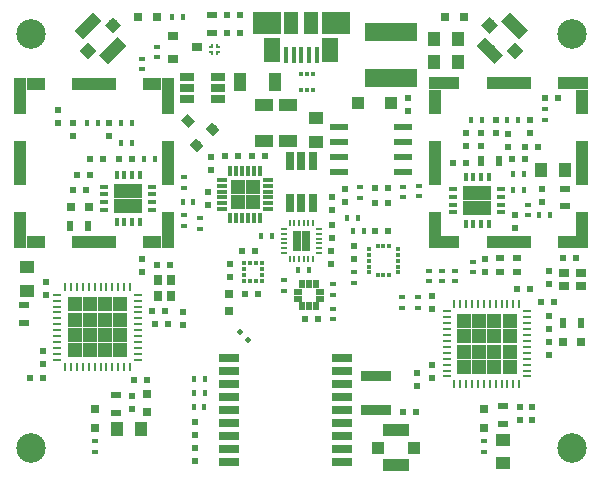
<source format=gts>
G04 #@! TF.GenerationSoftware,KiCad,Pcbnew,(2017-02-19 revision a416f3a4e)-master*
G04 #@! TF.CreationDate,2017-04-25T22:04:13-07:00*
G04 #@! TF.ProjectId,Navi,4E6176692E6B696361645F7063620000,rev?*
G04 #@! TF.FileFunction,Soldermask,Top*
G04 #@! TF.FilePolarity,Negative*
%FSLAX46Y46*%
G04 Gerber Fmt 4.6, Leading zero omitted, Abs format (unit mm)*
G04 Created by KiCad (PCBNEW (2017-02-19 revision a416f3a4e)-master) date 04/25/17 22:04:13*
%MOMM*%
%LPD*%
G01*
G04 APERTURE LIST*
%ADD10C,0.150000*%
%ADD11R,0.300000X0.325000*%
%ADD12R,0.325000X0.300000*%
%ADD13R,0.600000X0.500000*%
%ADD14R,0.500000X0.600000*%
%ADD15R,0.750000X0.800000*%
%ADD16R,0.400000X0.300000*%
%ADD17R,0.300000X0.400000*%
%ADD18R,0.400000X0.600000*%
%ADD19R,0.600000X0.400000*%
%ADD20R,1.000000X1.600000*%
%ADD21R,0.850000X0.300000*%
%ADD22R,0.300000X0.850000*%
%ADD23R,1.300000X1.300000*%
%ADD24R,0.900000X0.500000*%
%ADD25R,0.230000X0.440000*%
%ADD26R,0.210000X0.230000*%
%ADD27C,0.800000*%
%ADD28R,0.900000X0.800000*%
%ADD29R,1.220000X0.650000*%
%ADD30R,1.000000X2.130000*%
%ADD31R,1.000000X3.800000*%
%ADD32R,1.650000X1.000000*%
%ADD33R,3.800000X1.000000*%
%ADD34R,1.000000X1.000000*%
%ADD35R,1.600000X1.000000*%
%ADD36R,4.500000X1.600000*%
%ADD37R,0.300000X0.450000*%
%ADD38R,1.100000X1.100000*%
%ADD39R,1.550000X0.600000*%
%ADD40C,2.500000*%
%ADD41R,1.800000X0.800000*%
%ADD42R,1.800000X0.700000*%
%ADD43R,0.700000X1.500000*%
%ADD44R,0.800000X0.800000*%
%ADD45R,0.800000X0.900000*%
%ADD46C,0.500000*%
%ADD47R,1.000000X1.250000*%
%ADD48R,0.800000X0.750000*%
%ADD49R,1.250000X1.000000*%
%ADD50R,1.475000X2.100000*%
%ADD51R,0.450000X1.380000*%
%ADD52R,1.175000X1.900000*%
%ADD53R,2.375000X1.900000*%
%ADD54R,0.600000X0.700000*%
%ADD55R,0.600000X0.750000*%
%ADD56R,0.750000X0.600000*%
%ADD57R,2.500000X0.900000*%
%ADD58R,0.800000X0.600000*%
%ADD59R,2.200000X1.050000*%
%ADD60R,0.200000X0.550000*%
%ADD61R,0.550000X0.200000*%
%ADD62R,0.800000X0.875000*%
%ADD63C,1.000000*%
%ADD64C,1.050000*%
%ADD65R,1.287500X1.287500*%
%ADD66R,0.700000X0.250000*%
%ADD67R,0.250000X0.700000*%
%ADD68R,1.250000X1.250000*%
%ADD69R,0.800000X0.350000*%
%ADD70R,0.350000X0.800000*%
%ADD71R,0.500000X0.900000*%
G04 APERTURE END LIST*
D10*
D11*
X71127542Y-108387028D03*
X70627542Y-108387028D03*
X70627542Y-106862028D03*
X71127542Y-106862028D03*
D12*
X70115042Y-108374528D03*
X71640042Y-108374528D03*
X70115042Y-106874528D03*
X71640042Y-106874528D03*
X70115042Y-107374528D03*
X70115042Y-107874528D03*
X71640042Y-107374528D03*
X71640042Y-107874528D03*
D13*
X71105083Y-105799055D03*
X70005083Y-105799055D03*
D14*
X69000000Y-106950000D03*
X69000000Y-108050000D03*
D13*
X70205082Y-109449055D03*
X71305082Y-109449055D03*
X82350000Y-104149999D03*
X81250000Y-104149999D03*
D14*
X79499999Y-105399999D03*
X79499999Y-106499999D03*
D15*
X68850000Y-109450000D03*
X68850000Y-110950000D03*
D16*
X80725000Y-105649999D03*
X80725000Y-106149999D03*
X80725000Y-106649999D03*
X80725000Y-107149999D03*
X80725000Y-107649999D03*
D17*
X81450000Y-107874999D03*
X81950000Y-107874999D03*
X82450000Y-107874999D03*
D16*
X83175000Y-107649999D03*
X83175000Y-107149999D03*
X83175000Y-106649999D03*
X83175000Y-106149999D03*
X83175000Y-105649999D03*
D17*
X82450000Y-105424999D03*
X81950000Y-105424999D03*
X81450000Y-105424999D03*
D18*
X80299999Y-104149999D03*
X79399999Y-104149999D03*
D19*
X79500000Y-108550000D03*
X79500000Y-107650000D03*
D20*
X69800000Y-91550000D03*
X72800000Y-91550000D03*
D21*
X68300000Y-99800000D03*
X68300000Y-100300000D03*
X68300000Y-100800000D03*
X68300000Y-101300000D03*
X68300000Y-101800000D03*
X68300000Y-102300000D03*
D22*
X69000000Y-103000000D03*
X69500000Y-103000000D03*
X70000000Y-103000000D03*
X70500000Y-103000000D03*
X71000000Y-103000000D03*
X71500000Y-103000000D03*
D21*
X72200000Y-102300000D03*
X72200000Y-101800000D03*
X72200000Y-101300000D03*
X72200000Y-100800000D03*
X72200000Y-100300000D03*
X72200000Y-99800000D03*
D22*
X71500000Y-99100000D03*
X71000000Y-99100000D03*
X70500000Y-99100000D03*
X70000000Y-99100000D03*
X69500000Y-99100000D03*
X69000000Y-99100000D03*
D23*
X70900000Y-101700000D03*
X70900000Y-100400000D03*
X69600000Y-101700000D03*
X69600000Y-100400000D03*
D13*
X68700000Y-85850000D03*
X69800000Y-85850000D03*
X69800000Y-87350000D03*
X68700000Y-87350000D03*
D24*
X67450000Y-85840561D03*
X67450000Y-87340561D03*
D19*
X62800000Y-89440001D03*
X62800000Y-88540001D03*
D25*
X67450000Y-89055000D03*
X67850000Y-89055000D03*
X67450000Y-88445000D03*
X67850000Y-88445000D03*
D26*
X67230000Y-88950000D03*
X68070000Y-88950000D03*
X68070000Y-88550000D03*
X67230000Y-88550000D03*
D27*
X65392893Y-94792893D03*
D10*
G36*
X65993934Y-94828248D02*
X65428248Y-95393934D01*
X64791852Y-94757538D01*
X65357538Y-94191852D01*
X65993934Y-94828248D01*
X65993934Y-94828248D01*
G37*
D27*
X67478858Y-95535355D03*
D10*
G36*
X68079899Y-95570710D02*
X67514213Y-96136396D01*
X66877817Y-95500000D01*
X67443503Y-94934314D01*
X68079899Y-95570710D01*
X68079899Y-95570710D01*
G37*
D27*
X66135355Y-96878858D03*
D10*
G36*
X66736396Y-96914213D02*
X66170710Y-97479899D01*
X65534314Y-96843503D01*
X66100000Y-96277817D01*
X66736396Y-96914213D01*
X66736396Y-96914213D01*
G37*
D28*
X64150000Y-87650000D03*
X64150000Y-89550000D03*
X66150000Y-88600000D03*
D29*
X65340000Y-91100000D03*
X65340000Y-92050000D03*
X65340000Y-93000000D03*
X67960000Y-93000000D03*
X67960000Y-92050000D03*
X67960000Y-91100000D03*
D30*
X86300435Y-93205076D03*
X98800435Y-93205076D03*
D31*
X86300435Y-98370076D03*
X98800435Y-98370076D03*
D30*
X86300435Y-103535076D03*
X98800435Y-103535076D03*
D32*
X87625435Y-91640076D03*
X87625435Y-105100076D03*
D33*
X92550435Y-91640076D03*
X92550435Y-105100076D03*
D32*
X97475435Y-91640076D03*
X97475435Y-105100076D03*
D34*
X98800435Y-91640076D03*
X86300435Y-91640076D03*
X86300435Y-105100076D03*
X98800435Y-105100076D03*
D30*
X51201310Y-93215658D03*
X63701310Y-93215658D03*
D31*
X51201310Y-98380658D03*
X63701310Y-98380658D03*
D30*
X51201310Y-103545658D03*
X63701310Y-103545658D03*
D32*
X52526310Y-91650658D03*
X52526310Y-105110658D03*
D33*
X57451310Y-91650658D03*
X57451310Y-105110658D03*
D32*
X62376310Y-91650658D03*
X62376310Y-105110658D03*
D34*
X63701310Y-91650658D03*
X51201310Y-91650658D03*
X51201310Y-105110658D03*
X63701310Y-105110658D03*
D35*
X73900000Y-96500000D03*
X73900000Y-93500000D03*
D36*
X82600000Y-87250000D03*
X82600000Y-91150000D03*
D37*
X75500000Y-92175000D03*
X75000000Y-92175000D03*
X75500000Y-90825000D03*
X76000000Y-92175000D03*
X75000000Y-90825000D03*
X76000000Y-90825000D03*
D13*
X81237868Y-100539340D03*
X82337868Y-100539340D03*
D14*
X78700000Y-101650000D03*
X78700000Y-100550000D03*
D38*
X82600000Y-93300000D03*
X79800000Y-93300000D03*
D39*
X83600000Y-95295000D03*
X83600000Y-96565000D03*
X83600000Y-97835000D03*
X83600000Y-99105000D03*
X78200000Y-99105000D03*
X78200000Y-97835000D03*
X78200000Y-96565000D03*
X78200000Y-95295000D03*
D40*
X52100000Y-122500000D03*
X97900000Y-122500000D03*
D41*
X68900435Y-116000076D03*
X78400435Y-116000076D03*
X68900435Y-117100076D03*
X78400435Y-117100076D03*
X68900435Y-118200076D03*
X78400435Y-118200076D03*
X68900435Y-119300076D03*
X78400435Y-119300076D03*
X68900435Y-120400076D03*
X78400435Y-120400076D03*
X68900435Y-121500076D03*
X78400435Y-121500076D03*
X68900435Y-122600076D03*
X78400435Y-122600076D03*
D42*
X68900435Y-114900076D03*
X78400435Y-114900076D03*
X68900435Y-123700076D03*
X78400435Y-123700076D03*
D24*
X92050000Y-118950000D03*
X92050000Y-120450000D03*
D18*
X71600000Y-104600000D03*
X72500000Y-104600000D03*
D43*
X76000000Y-101750000D03*
X75000000Y-101750000D03*
X74000000Y-101750000D03*
X74000000Y-98250000D03*
X75000000Y-98250000D03*
X76000000Y-98250000D03*
D13*
X70850000Y-97800000D03*
X71950000Y-97800000D03*
D14*
X67350000Y-97900000D03*
X67350000Y-99000000D03*
X67100000Y-100850000D03*
X67100000Y-101950000D03*
D13*
X93900435Y-97000076D03*
X95000435Y-97000076D03*
D14*
X84800000Y-117250000D03*
X84800000Y-116150000D03*
D13*
X69650000Y-97800000D03*
X68550000Y-97800000D03*
X55701219Y-100681010D03*
X56801219Y-100681010D03*
X52050000Y-116600000D03*
X53150000Y-116600000D03*
D44*
X62800000Y-86000000D03*
X61200000Y-86000000D03*
D18*
X64950000Y-86000000D03*
X64050000Y-86000000D03*
D44*
X57500000Y-120800000D03*
X57500000Y-119200000D03*
X87200000Y-86000000D03*
X88800000Y-86000000D03*
X90450000Y-120800000D03*
X90450000Y-119200000D03*
D19*
X66450000Y-103950000D03*
X66450000Y-103050000D03*
X90450000Y-122850000D03*
X90450000Y-121950000D03*
X57500000Y-121950000D03*
X57500000Y-122850000D03*
D18*
X65903554Y-117843754D03*
X66803554Y-117843754D03*
D45*
X64000783Y-108280936D03*
X64000783Y-109680936D03*
X62900783Y-109680936D03*
X62900783Y-108280936D03*
D28*
X97250000Y-107700000D03*
X98650000Y-107700000D03*
X98650000Y-108800000D03*
X97250000Y-108800000D03*
D46*
X69800000Y-112700000D03*
X70500000Y-113400000D03*
D19*
X61500000Y-89550000D03*
X61500000Y-90450000D03*
D13*
X61900000Y-116750000D03*
X60800000Y-116750000D03*
D14*
X94550000Y-120100000D03*
X94550000Y-119000000D03*
D40*
X97900000Y-87500000D03*
D18*
X66800000Y-119000000D03*
X65900000Y-119000000D03*
D19*
X84850000Y-110649723D03*
X84850000Y-109749723D03*
X83550000Y-110649723D03*
X83550000Y-109749723D03*
D18*
X66803832Y-116694279D03*
X65903832Y-116694279D03*
D40*
X52100000Y-87500000D03*
D47*
X88250000Y-89849999D03*
X86250000Y-89849999D03*
D13*
X62800784Y-106980934D03*
X63900784Y-106980934D03*
X98250000Y-106400000D03*
X97150000Y-106400000D03*
D14*
X95950000Y-108650000D03*
X95950000Y-107550000D03*
X64950000Y-111000000D03*
X64950000Y-112100000D03*
X86100000Y-109650000D03*
X86100000Y-110750000D03*
X88900000Y-95850076D03*
X88900000Y-96950076D03*
X96000000Y-114650000D03*
X96000000Y-113550000D03*
D13*
X63450000Y-110950000D03*
X62350000Y-110950000D03*
D14*
X53150784Y-115430934D03*
X53150784Y-114330934D03*
X96000000Y-111350000D03*
X96000000Y-112450000D03*
D48*
X98650000Y-113500000D03*
X97150000Y-113500000D03*
D15*
X61900000Y-119450000D03*
X61900000Y-117950000D03*
D48*
X55501219Y-102131010D03*
X57001219Y-102131010D03*
D49*
X51750000Y-107200000D03*
X51750000Y-109200000D03*
D47*
X61400435Y-120900076D03*
X59400435Y-120900076D03*
D49*
X92050000Y-123800000D03*
X92050000Y-121800000D03*
D47*
X88250000Y-87900000D03*
X86250000Y-87900000D03*
X97300435Y-99000076D03*
X95300435Y-99000076D03*
D18*
X93850435Y-99350076D03*
X92950435Y-99350076D03*
D50*
X72537500Y-88840000D03*
D51*
X73700000Y-89200000D03*
X74350000Y-89200000D03*
X75000000Y-89200000D03*
X75650000Y-89200000D03*
D52*
X74162500Y-86540000D03*
X75837500Y-86540000D03*
D53*
X72087500Y-86540000D03*
X77912500Y-86540000D03*
D50*
X77462500Y-88840000D03*
D51*
X76300000Y-89200000D03*
D14*
X66000870Y-120300152D03*
X66000870Y-121400152D03*
X66000870Y-123650152D03*
X66000870Y-122550152D03*
D13*
X75320120Y-111569520D03*
X76420120Y-111569520D03*
D14*
X77570120Y-103619520D03*
X77570120Y-104719520D03*
D13*
X84675000Y-119450000D03*
X83575000Y-119450000D03*
D14*
X77550526Y-106899723D03*
X77550526Y-105799723D03*
X77600000Y-101300000D03*
X77600000Y-102400000D03*
D54*
X75020120Y-110489520D03*
D55*
X75620120Y-110489520D03*
X75020120Y-108649520D03*
X75620120Y-108649520D03*
D56*
X76540120Y-109269520D03*
X76540120Y-109869520D03*
D54*
X76220120Y-108649520D03*
D56*
X74700120Y-109269520D03*
X74700120Y-109869520D03*
D55*
X76220120Y-110489520D03*
D18*
X75620120Y-107469520D03*
X74720120Y-107469520D03*
D19*
X77670120Y-108619520D03*
X77670120Y-109519520D03*
X77670120Y-111619520D03*
X77670120Y-110719520D03*
D18*
X78900000Y-103050000D03*
X79800000Y-103050000D03*
D19*
X73570120Y-109219520D03*
X73570120Y-108319520D03*
D57*
X81350000Y-116400000D03*
X81350000Y-119300000D03*
D58*
X91850000Y-106450000D03*
X91850000Y-107650000D03*
X93250000Y-107650000D03*
X93250000Y-106450000D03*
D34*
X81500526Y-122499723D03*
X84500526Y-122499723D03*
D59*
X83000526Y-123974723D03*
X83000526Y-121024723D03*
D60*
X74000120Y-106474520D03*
X74400120Y-106474520D03*
X74800120Y-106474520D03*
X75200120Y-106474520D03*
X75600120Y-106474520D03*
X76000120Y-106474520D03*
D61*
X76500120Y-105974520D03*
X76500120Y-105574520D03*
X76500120Y-105174520D03*
X76500120Y-104774520D03*
X76500120Y-104374520D03*
X76500120Y-103974520D03*
D60*
X76000120Y-103474520D03*
X75600120Y-103474520D03*
X75200120Y-103474520D03*
X74800120Y-103474520D03*
X74400120Y-103474520D03*
X74000120Y-103474520D03*
D61*
X73500120Y-103974520D03*
X73500120Y-104374520D03*
X73500120Y-104774520D03*
X73500120Y-105174520D03*
X73500120Y-105574520D03*
X73500120Y-105974520D03*
D62*
X75400120Y-104539520D03*
X74600120Y-104539520D03*
X75400120Y-105409520D03*
X74600120Y-105409520D03*
D63*
X93060660Y-88860660D03*
D10*
G36*
X93060660Y-89567767D02*
X92353553Y-88860660D01*
X93060660Y-88153553D01*
X93767767Y-88860660D01*
X93060660Y-89567767D01*
X93060660Y-89567767D01*
G37*
D63*
X90939340Y-86739340D03*
D10*
G36*
X90939340Y-87446447D02*
X90232233Y-86739340D01*
X90939340Y-86032233D01*
X91646447Y-86739340D01*
X90939340Y-87446447D01*
X90939340Y-87446447D01*
G37*
D64*
X93042983Y-86757017D03*
D10*
G36*
X93449569Y-87906066D02*
X91893934Y-86350431D01*
X92636397Y-85607968D01*
X94192032Y-87163603D01*
X93449569Y-87906066D01*
X93449569Y-87906066D01*
G37*
D64*
X90957017Y-88842983D03*
D10*
G36*
X91363603Y-89992032D02*
X89807968Y-88436397D01*
X90550431Y-87693934D01*
X92106066Y-89249569D01*
X91363603Y-89992032D01*
X91363603Y-89992032D01*
G37*
D63*
X56939340Y-88860660D03*
D10*
G36*
X56232233Y-88860660D02*
X56939340Y-88153553D01*
X57646447Y-88860660D01*
X56939340Y-89567767D01*
X56232233Y-88860660D01*
X56232233Y-88860660D01*
G37*
D63*
X59060660Y-86739340D03*
D10*
G36*
X58353553Y-86739340D02*
X59060660Y-86032233D01*
X59767767Y-86739340D01*
X59060660Y-87446447D01*
X58353553Y-86739340D01*
X58353553Y-86739340D01*
G37*
D64*
X59042983Y-88842983D03*
D10*
G36*
X57893934Y-89249569D02*
X59449569Y-87693934D01*
X60192032Y-88436397D01*
X58636397Y-89992032D01*
X57893934Y-89249569D01*
X57893934Y-89249569D01*
G37*
D64*
X56957017Y-86757017D03*
D10*
G36*
X55807968Y-87163603D02*
X57363603Y-85607968D01*
X58106066Y-86350431D01*
X56550431Y-87906066D01*
X55807968Y-87163603D01*
X55807968Y-87163603D01*
G37*
D13*
X82337868Y-101739340D03*
X81237868Y-101739340D03*
D14*
X84000000Y-93950000D03*
X84000000Y-92850000D03*
D49*
X76200000Y-94600000D03*
X76200000Y-96600000D03*
D35*
X71800000Y-93500000D03*
X71800000Y-96500000D03*
D19*
X85000000Y-101200000D03*
X85000000Y-100300000D03*
X83600000Y-100400000D03*
X83600000Y-101300000D03*
X79987868Y-101350000D03*
X79987868Y-100450000D03*
D13*
X96400000Y-110150000D03*
X95300000Y-110150000D03*
D14*
X91450435Y-95850076D03*
X91450435Y-94750076D03*
X94350435Y-95850076D03*
X94350435Y-94750076D03*
D13*
X96700000Y-92850000D03*
X95600000Y-92850000D03*
X59551218Y-98081011D03*
X60651218Y-98081011D03*
X94400000Y-109050000D03*
X93300000Y-109050000D03*
D14*
X58751219Y-96131011D03*
X58751219Y-95031011D03*
X55700000Y-96130657D03*
X55700000Y-95030657D03*
X54400000Y-95030659D03*
X54400000Y-93930659D03*
D18*
X90300435Y-94750076D03*
X89400435Y-94750076D03*
X93350435Y-94750076D03*
X92450435Y-94750076D03*
D19*
X95600000Y-93850076D03*
X95600000Y-94750076D03*
D18*
X60651220Y-96681010D03*
X59751220Y-96681010D03*
X59751220Y-95031011D03*
X60651220Y-95031011D03*
X56850000Y-95031011D03*
X57750000Y-95031011D03*
D65*
X92631326Y-111768315D03*
X91343826Y-111768315D03*
X90056326Y-111768315D03*
X88768826Y-111768315D03*
X92631326Y-113055815D03*
X91343826Y-113055815D03*
X90056326Y-113055815D03*
X88768826Y-113055815D03*
X92631326Y-114343315D03*
X91343826Y-114343315D03*
X90056326Y-114343315D03*
X88768826Y-114343315D03*
X92631326Y-115630815D03*
X91343826Y-115630815D03*
X90056326Y-115630815D03*
X88768826Y-115630815D03*
D66*
X94100076Y-110949565D03*
X94100076Y-111449565D03*
X94100076Y-111949565D03*
X94100076Y-112449565D03*
X94100076Y-112949565D03*
X94100076Y-113449565D03*
X94100076Y-113949565D03*
X94100076Y-114449565D03*
X94100076Y-114949565D03*
X94100076Y-115449565D03*
X94100076Y-115949565D03*
X94100076Y-116449565D03*
D67*
X93450076Y-117099565D03*
X92950076Y-117099565D03*
X92450076Y-117099565D03*
X91950076Y-117099565D03*
X91450076Y-117099565D03*
X90950076Y-117099565D03*
X90450076Y-117099565D03*
X89950076Y-117099565D03*
X89450076Y-117099565D03*
X88950076Y-117099565D03*
X88450076Y-117099565D03*
X87950076Y-117099565D03*
D66*
X87300076Y-116449565D03*
X87300076Y-115949565D03*
X87300076Y-115449565D03*
X87300076Y-114949565D03*
X87300076Y-114449565D03*
X87300076Y-113949565D03*
X87300076Y-113449565D03*
X87300076Y-112949565D03*
X87300076Y-112449565D03*
X87300076Y-111949565D03*
X87300076Y-111449565D03*
X87300076Y-110949565D03*
D67*
X87950076Y-110299565D03*
X88450076Y-110299565D03*
X88950076Y-110299565D03*
X89450076Y-110299565D03*
X89950076Y-110299565D03*
X90450076Y-110299565D03*
X90950076Y-110299565D03*
X91450076Y-110299565D03*
X91950076Y-110299565D03*
X92450076Y-110299565D03*
X92950076Y-110299565D03*
X93450076Y-110299565D03*
D68*
X90500435Y-100950076D03*
X89250435Y-100950076D03*
X90500435Y-102200076D03*
X89250435Y-102200076D03*
D69*
X91875435Y-100600076D03*
X91875435Y-101250076D03*
X91875435Y-101900076D03*
X91875435Y-102550076D03*
D70*
X90850435Y-103575076D03*
X90200435Y-103575076D03*
X89550435Y-103575076D03*
X88900435Y-103575076D03*
D69*
X87875435Y-102550076D03*
X87875435Y-101900076D03*
X87875435Y-101250076D03*
X87875435Y-100600076D03*
D70*
X88900435Y-99575076D03*
X89550435Y-99575076D03*
X90200435Y-99575076D03*
X90850435Y-99575076D03*
D65*
X59682469Y-110349761D03*
X58394969Y-110349761D03*
X57107469Y-110349761D03*
X55819969Y-110349761D03*
X59682469Y-111637261D03*
X58394969Y-111637261D03*
X57107469Y-111637261D03*
X55819969Y-111637261D03*
X59682469Y-112924761D03*
X58394969Y-112924761D03*
X57107469Y-112924761D03*
X55819969Y-112924761D03*
X59682469Y-114212261D03*
X58394969Y-114212261D03*
X57107469Y-114212261D03*
X55819969Y-114212261D03*
D66*
X61151219Y-109531011D03*
X61151219Y-110031011D03*
X61151219Y-110531011D03*
X61151219Y-111031011D03*
X61151219Y-111531011D03*
X61151219Y-112031011D03*
X61151219Y-112531011D03*
X61151219Y-113031011D03*
X61151219Y-113531011D03*
X61151219Y-114031011D03*
X61151219Y-114531011D03*
X61151219Y-115031011D03*
D67*
X60501219Y-115681011D03*
X60001219Y-115681011D03*
X59501219Y-115681011D03*
X59001219Y-115681011D03*
X58501219Y-115681011D03*
X58001219Y-115681011D03*
X57501219Y-115681011D03*
X57001219Y-115681011D03*
X56501219Y-115681011D03*
X56001219Y-115681011D03*
X55501219Y-115681011D03*
X55001219Y-115681011D03*
D66*
X54351219Y-115031011D03*
X54351219Y-114531011D03*
X54351219Y-114031011D03*
X54351219Y-113531011D03*
X54351219Y-113031011D03*
X54351219Y-112531011D03*
X54351219Y-112031011D03*
X54351219Y-111531011D03*
X54351219Y-111031011D03*
X54351219Y-110531011D03*
X54351219Y-110031011D03*
X54351219Y-109531011D03*
D67*
X55001219Y-108881011D03*
X55501219Y-108881011D03*
X56001219Y-108881011D03*
X56501219Y-108881011D03*
X57001219Y-108881011D03*
X57501219Y-108881011D03*
X58001219Y-108881011D03*
X58501219Y-108881011D03*
X59001219Y-108881011D03*
X59501219Y-108881011D03*
X60001219Y-108881011D03*
X60501219Y-108881011D03*
D68*
X59701220Y-101981013D03*
X60951220Y-101981013D03*
X59701220Y-100731013D03*
X60951220Y-100731013D03*
D69*
X58326220Y-102331013D03*
X58326220Y-101681013D03*
X58326220Y-101031013D03*
X58326220Y-100381013D03*
D70*
X59351220Y-99356013D03*
X60001220Y-99356013D03*
X60651220Y-99356013D03*
X61301220Y-99356013D03*
D69*
X62326220Y-100381013D03*
X62326220Y-101031013D03*
X62326220Y-101681013D03*
X62326220Y-102331013D03*
D70*
X61301220Y-103356013D03*
X60651220Y-103356013D03*
X60001220Y-103356013D03*
X59351220Y-103356013D03*
D14*
X92500435Y-95900076D03*
X92500435Y-97000076D03*
X90550000Y-107650000D03*
X90550000Y-106550000D03*
X93050435Y-102750076D03*
X93050435Y-103850076D03*
X95350435Y-100550076D03*
X95350435Y-101650076D03*
D13*
X87800435Y-98400076D03*
X88900435Y-98400076D03*
D14*
X90250435Y-95850076D03*
X90250435Y-96950076D03*
X86100000Y-116550000D03*
X86100000Y-115450000D03*
D13*
X93950435Y-98050076D03*
X92850435Y-98050076D03*
D14*
X93500000Y-120100000D03*
X93500000Y-119000000D03*
X61500000Y-106531010D03*
X61500000Y-107631010D03*
D24*
X59300435Y-118050076D03*
X59300435Y-119550076D03*
D71*
X55450784Y-103680935D03*
X56950784Y-103680935D03*
D24*
X51550000Y-111900000D03*
X51550000Y-110400000D03*
D19*
X65100000Y-99600000D03*
X65100000Y-100500000D03*
D18*
X65850000Y-101650000D03*
X64950000Y-101650000D03*
D19*
X65100000Y-103700000D03*
X65100000Y-102800000D03*
D18*
X62601219Y-98081011D03*
X61701219Y-98081011D03*
D19*
X85811000Y-108406060D03*
X85811000Y-107506060D03*
X86911001Y-108406060D03*
X86911001Y-107506060D03*
X88011000Y-108406060D03*
X88011000Y-107506060D03*
D18*
X95150435Y-102800076D03*
X96050435Y-102800076D03*
D13*
X56001220Y-99381011D03*
X57101220Y-99381011D03*
X58201219Y-98081010D03*
X57101219Y-98081010D03*
D14*
X53350000Y-108430934D03*
X53350000Y-109530934D03*
D71*
X91700435Y-98250076D03*
X90200435Y-98250076D03*
D13*
X63750000Y-112050000D03*
X62650000Y-112050000D03*
D14*
X60700435Y-119250076D03*
X60700435Y-118150076D03*
D19*
X89500000Y-106750000D03*
X89500000Y-107650000D03*
X94150435Y-101900076D03*
X94150435Y-102800076D03*
D24*
X97300435Y-100550076D03*
X97300435Y-102050076D03*
D18*
X93850435Y-100650076D03*
X92950435Y-100650076D03*
D71*
X97150000Y-111950000D03*
X98650000Y-111950000D03*
M02*

</source>
